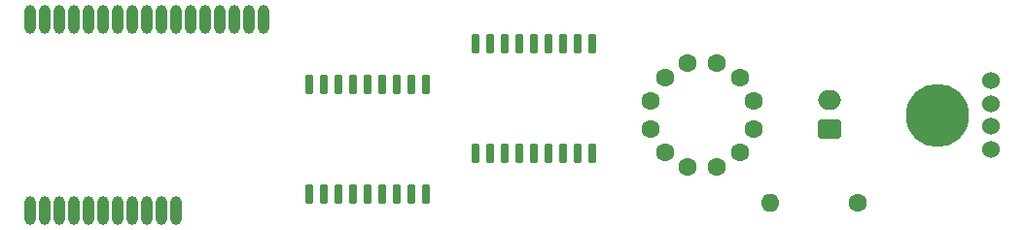
<source format=gbr>
%TF.GenerationSoftware,KiCad,Pcbnew,8.0.3*%
%TF.CreationDate,2024-07-12T14:10:18+09:00*%
%TF.ProjectId,Unit-LD8035E,556e6974-2d4c-4443-9830-3335452e6b69,rev?*%
%TF.SameCoordinates,Original*%
%TF.FileFunction,Soldermask,Top*%
%TF.FilePolarity,Negative*%
%FSLAX46Y46*%
G04 Gerber Fmt 4.6, Leading zero omitted, Abs format (unit mm)*
G04 Created by KiCad (PCBNEW 8.0.3) date 2024-07-12 14:10:18*
%MOMM*%
%LPD*%
G01*
G04 APERTURE LIST*
G04 Aperture macros list*
%AMRoundRect*
0 Rectangle with rounded corners*
0 $1 Rounding radius*
0 $2 $3 $4 $5 $6 $7 $8 $9 X,Y pos of 4 corners*
0 Add a 4 corners polygon primitive as box body*
4,1,4,$2,$3,$4,$5,$6,$7,$8,$9,$2,$3,0*
0 Add four circle primitives for the rounded corners*
1,1,$1+$1,$2,$3*
1,1,$1+$1,$4,$5*
1,1,$1+$1,$6,$7*
1,1,$1+$1,$8,$9*
0 Add four rect primitives between the rounded corners*
20,1,$1+$1,$2,$3,$4,$5,0*
20,1,$1+$1,$4,$5,$6,$7,0*
20,1,$1+$1,$6,$7,$8,$9,0*
20,1,$1+$1,$8,$9,$2,$3,0*%
G04 Aperture macros list end*
%ADD10C,1.600000*%
%ADD11RoundRect,0.500000X-0.008000X0.750000X-0.008000X-0.750000X0.008000X-0.750000X0.008000X0.750000X0*%
%ADD12RoundRect,0.500000X0.008000X-0.750000X0.008000X0.750000X-0.008000X0.750000X-0.008000X-0.750000X0*%
%ADD13RoundRect,0.150000X-0.150000X0.725000X-0.150000X-0.725000X0.150000X-0.725000X0.150000X0.725000X0*%
%ADD14O,1.600000X1.600000*%
%ADD15RoundRect,0.250000X0.750000X-0.600000X0.750000X0.600000X-0.750000X0.600000X-0.750000X-0.600000X0*%
%ADD16O,2.000000X1.700000*%
%ADD17C,1.524000*%
%ADD18C,5.500000*%
G04 APERTURE END LIST*
D10*
%TO.C,V1*%
X137050000Y-96875000D03*
X138300000Y-98875000D03*
X140300000Y-100125000D03*
X142800000Y-100125000D03*
X144800000Y-98875000D03*
X146050000Y-96875000D03*
X146050000Y-94375000D03*
X144800000Y-92375000D03*
X142800000Y-91125000D03*
X140300000Y-91125000D03*
X138300000Y-92375000D03*
X137050000Y-94375000D03*
%TD*%
D11*
%TO.C,U3*%
X103360000Y-87285000D03*
X102090000Y-87285000D03*
X100820000Y-87285000D03*
X99550000Y-87285000D03*
X98280000Y-87285000D03*
X97010000Y-87285000D03*
X95740000Y-87285000D03*
X94470000Y-87285000D03*
X93200000Y-87285000D03*
X91930000Y-87285000D03*
X90660000Y-87285000D03*
X89390000Y-87285000D03*
X88120000Y-87285000D03*
X86850000Y-87285000D03*
X85580000Y-87285000D03*
X84310000Y-87285000D03*
X83040000Y-87285000D03*
D12*
X83040000Y-103925000D03*
X84310000Y-103925000D03*
X85580000Y-103925000D03*
X86850000Y-103925000D03*
X88120000Y-103925000D03*
X89390000Y-103925000D03*
X90660000Y-103925000D03*
X91930000Y-103925000D03*
X93200000Y-103925000D03*
X94470000Y-103925000D03*
X95740000Y-103925000D03*
%TD*%
D13*
%TO.C,U2*%
X131953000Y-89400000D03*
X130683000Y-89400000D03*
X129413000Y-89400000D03*
X128143000Y-89400000D03*
X126873000Y-89400000D03*
X125603000Y-89400000D03*
X124333000Y-89400000D03*
X123063000Y-89400000D03*
X121793000Y-89400000D03*
X121793000Y-98950000D03*
X123063000Y-98950000D03*
X124333000Y-98950000D03*
X125603000Y-98950000D03*
X126873000Y-98950000D03*
X128143000Y-98950000D03*
X129413000Y-98950000D03*
X130683000Y-98950000D03*
X131953000Y-98950000D03*
%TD*%
%TO.C,U1*%
X117475000Y-92964000D03*
X116205000Y-92964000D03*
X114935000Y-92964000D03*
X113665000Y-92964000D03*
X112395000Y-92964000D03*
X111125000Y-92964000D03*
X109855000Y-92964000D03*
X108585000Y-92964000D03*
X107315000Y-92964000D03*
X107315000Y-102514000D03*
X108585000Y-102514000D03*
X109855000Y-102514000D03*
X111125000Y-102514000D03*
X112395000Y-102514000D03*
X113665000Y-102514000D03*
X114935000Y-102514000D03*
X116205000Y-102514000D03*
X117475000Y-102514000D03*
%TD*%
D10*
%TO.C,R1*%
X155067000Y-103251000D03*
D14*
X147447000Y-103251000D03*
%TD*%
D15*
%TO.C,J2*%
X152637000Y-96850000D03*
D16*
X152637000Y-94350000D03*
%TD*%
D17*
%TO.C,J1*%
X166725000Y-98625000D03*
X166725000Y-96625000D03*
X166725000Y-94625000D03*
X166725000Y-92625000D03*
%TD*%
D18*
%TO.C,H1*%
X162052000Y-95631000D03*
%TD*%
M02*

</source>
